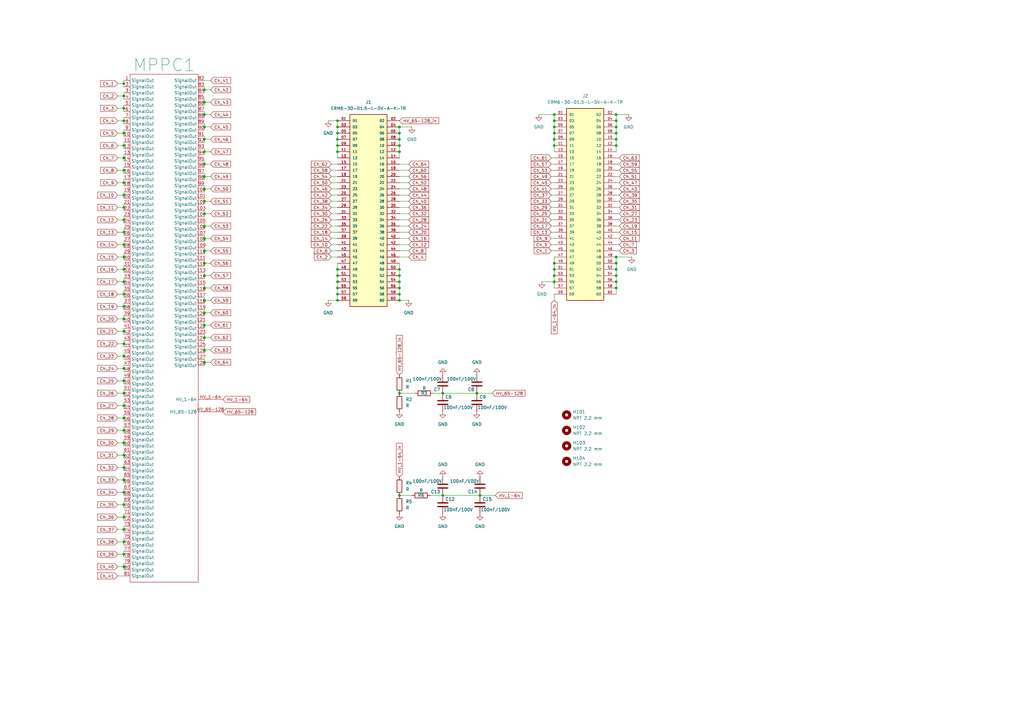
<source format=kicad_sch>
(kicad_sch (version 20250114) (generator "eeschema") (generator_version "9.0")
  (paper "A3")
  (junction (at 50.8 110.49))
  (junction (at 50.8 166.37))
  (junction (at 227.33 57.15))
  (junction (at 163.83 54.61))
  (junction (at 227.33 110.49))
  (junction (at 227.33 54.61))
  (junction (at 50.8 69.85))
  (junction (at 227.33 52.07))
  (junction (at 83.82 87.63))
  (junction (at 50.8 207.01))
  (junction (at 138.43 62.23))
  (junction (at 50.8 191.77))
  (junction (at 252.73 57.15))
  (junction (at 83.82 82.55))
  (junction (at 83.82 113.03))
  (junction (at 227.33 113.03))
  (junction (at 83.82 148.59))
  (junction (at 50.8 34.29))
  (junction (at 252.73 118.11))
  (junction (at 50.8 95.25))
  (junction (at 50.8 105.41))
  (junction (at 138.43 49.53))
  (junction (at 138.43 113.03))
  (junction (at 83.82 77.47))
  (junction (at 50.8 120.65))
  (junction (at 50.8 156.21))
  (junction (at 50.8 176.53))
  (junction (at 252.73 49.53))
  (junction (at 163.83 62.23))
  (junction (at 83.82 123.19))
  (junction (at 50.8 49.53))
  (junction (at 50.8 201.93))
  (junction (at 181.61 161.29))
  (junction (at 50.8 222.25))
  (junction (at 50.8 227.33))
  (junction (at 252.73 115.57))
  (junction (at 50.8 100.33))
  (junction (at 50.8 80.01))
  (junction (at 83.82 67.31))
  (junction (at 50.8 44.45))
  (junction (at 163.83 110.49))
  (junction (at 83.82 46.99))
  (junction (at 252.73 107.95))
  (junction (at 163.83 59.69))
  (junction (at 163.83 115.57))
  (junction (at 83.82 118.11))
  (junction (at 50.8 64.77))
  (junction (at 196.85 203.2))
  (junction (at 181.61 203.2))
  (junction (at 138.43 115.57))
  (junction (at 50.8 135.89))
  (junction (at 50.8 140.97))
  (junction (at 138.43 59.69))
  (junction (at 50.8 125.73))
  (junction (at 50.8 212.09))
  (junction (at 83.82 143.51))
  (junction (at 83.82 36.83))
  (junction (at 50.8 151.13))
  (junction (at 50.8 130.81))
  (junction (at 138.43 118.11))
  (junction (at 50.8 90.17))
  (junction (at 163.83 161.29))
  (junction (at 138.43 57.15))
  (junction (at 50.8 115.57))
  (junction (at 163.83 203.2))
  (junction (at 50.8 54.61))
  (junction (at 50.8 217.17))
  (junction (at 83.82 57.15))
  (junction (at 138.43 123.19))
  (junction (at 227.33 107.95))
  (junction (at 50.8 74.93))
  (junction (at 83.82 128.27))
  (junction (at 252.73 110.49))
  (junction (at 163.83 120.65))
  (junction (at 252.73 113.03))
  (junction (at 227.33 59.69))
  (junction (at 138.43 120.65))
  (junction (at 83.82 107.95))
  (junction (at 227.33 49.53))
  (junction (at 50.8 85.09))
  (junction (at 252.73 59.69))
  (junction (at 252.73 52.07))
  (junction (at 83.82 41.91))
  (junction (at 163.83 123.19))
  (junction (at 227.33 46.99))
  (junction (at 50.8 171.45))
  (junction (at 227.33 115.57))
  (junction (at 50.8 186.69))
  (junction (at 138.43 54.61))
  (junction (at 50.8 161.29))
  (junction (at 163.83 113.03))
  (junction (at 163.83 118.11))
  (junction (at 50.8 39.37))
  (junction (at 50.8 232.41))
  (junction (at 163.83 52.07))
  (junction (at 138.43 110.49))
  (junction (at 195.58 161.29))
  (junction (at 163.83 57.15))
  (junction (at 138.43 52.07))
  (junction (at 50.8 146.05))
  (junction (at 252.73 54.61))
  (junction (at 83.82 102.87))
  (junction (at 50.8 196.85))
  (junction (at 83.82 72.39))
  (junction (at 83.82 92.71))
  (junction (at 83.82 62.23))
  (junction (at 252.73 46.99))
  (junction (at 83.82 97.79))
  (junction (at 252.73 105.41))
  (junction (at 50.8 181.61))
  (junction (at 83.82 138.43))
  (junction (at 83.82 52.07))
  (junction (at 50.8 59.69))
  (junction (at 83.82 133.35))
  (wire (pts (xy 252.73 54.61) (xy 252.73 57.15)))
  (wire (pts (xy 48.26 140.97) (xy 50.8 140.97)))
  (wire (pts (xy 252.73 49.53) (xy 252.73 52.07)))
  (wire (pts (xy 83.82 96.52) (xy 83.82 97.79)))
  (wire (pts (xy 50.8 90.17) (xy 50.8 91.44)))
  (wire (pts (xy 48.26 90.17) (xy 50.8 90.17)))
  (wire (pts (xy 83.82 71.12) (xy 83.82 72.39)))
  (wire (pts (xy 135.89 102.87) (xy 138.43 102.87)))
  (wire (pts (xy 167.64 67.31) (xy 163.83 67.31)))
  (wire (pts (xy 167.64 85.09) (xy 163.83 85.09)))
  (wire (pts (xy 83.82 138.43) (xy 86.36 138.43)))
  (wire (pts (xy 48.26 196.85) (xy 50.8 196.85)))
  (wire (pts (xy 227.33 52.07) (xy 227.33 54.61)))
  (wire (pts (xy 83.82 52.07) (xy 83.82 53.34)))
  (wire (pts (xy 167.64 100.33) (xy 163.83 100.33)))
  (wire (pts (xy 220.98 46.99) (xy 227.33 46.99)))
  (wire (pts (xy 48.26 115.57) (xy 50.8 115.57)))
  (wire (pts (xy 50.8 100.33) (xy 50.8 101.6)))
  (wire (pts (xy 50.8 78.74) (xy 50.8 80.01)))
  (wire (pts (xy 167.64 77.47) (xy 163.83 77.47)))
  (wire (pts (xy 167.64 90.17) (xy 163.83 90.17)))
  (wire (pts (xy 50.8 48.26) (xy 50.8 49.53)))
  (wire (pts (xy 50.8 64.77) (xy 50.8 66.04)))
  (wire (pts (xy 226.06 77.47) (xy 227.33 77.47)))
  (wire (pts (xy 48.26 161.29) (xy 50.8 161.29)))
  (wire (pts (xy 50.8 85.09) (xy 50.8 86.36)))
  (wire (pts (xy 167.64 69.85) (xy 163.83 69.85)))
  (wire (pts (xy 135.89 72.39) (xy 138.43 72.39)))
  (wire (pts (xy 163.83 57.15) (xy 163.83 59.69)))
  (wire (pts (xy 83.82 87.63) (xy 83.82 88.9)))
  (wire (pts (xy 48.26 176.53) (xy 50.8 176.53)))
  (wire (pts (xy 50.8 140.97) (xy 50.8 142.24)))
  (wire (pts (xy 50.8 154.94) (xy 50.8 156.21)))
  (wire (pts (xy 138.43 49.53) (xy 138.43 52.07)))
  (wire (pts (xy 181.61 203.2) (xy 196.85 203.2)))
  (wire (pts (xy 83.82 143.51) (xy 86.36 143.51)))
  (wire (pts (xy 167.64 87.63) (xy 163.83 87.63)))
  (wire (pts (xy 48.26 64.77) (xy 50.8 64.77)))
  (wire (pts (xy 83.82 132.08) (xy 83.82 133.35)))
  (wire (pts (xy 83.82 45.72) (xy 83.82 46.99)))
  (wire (pts (xy 252.73 59.69) (xy 252.73 62.23)))
  (wire (pts (xy 48.26 125.73) (xy 50.8 125.73)))
  (wire (pts (xy 50.8 151.13) (xy 50.8 152.4)))
  (wire (pts (xy 50.8 119.38) (xy 50.8 120.65)))
  (wire (pts (xy 48.26 74.93) (xy 50.8 74.93)))
  (wire (pts (xy 226.06 87.63) (xy 227.33 87.63)))
  (wire (pts (xy 226.06 80.01) (xy 227.33 80.01)))
  (wire (pts (xy 50.8 44.45) (xy 50.8 45.72)))
  (wire (pts (xy 48.26 110.49) (xy 50.8 110.49)))
  (wire (pts (xy 135.89 85.09) (xy 138.43 85.09)))
  (wire (pts (xy 50.8 196.85) (xy 50.8 198.12)))
  (wire (pts (xy 83.82 123.19) (xy 83.82 124.46)))
  (wire (pts (xy 252.73 46.99) (xy 252.73 49.53)))
  (wire (pts (xy 163.83 59.69) (xy 163.83 62.23)))
  (wire (pts (xy 135.89 97.79) (xy 138.43 97.79)))
  (wire (pts (xy 138.43 118.11) (xy 138.43 120.65)))
  (wire (pts (xy 83.82 81.28) (xy 83.82 82.55)))
  (wire (pts (xy 50.8 200.66) (xy 50.8 201.93)))
  (wire (pts (xy 83.82 137.16) (xy 83.82 138.43)))
  (wire (pts (xy 48.26 151.13) (xy 50.8 151.13)))
  (wire (pts (xy 138.43 120.65) (xy 138.43 123.19)))
  (wire (pts (xy 83.82 62.23) (xy 83.82 63.5)))
  (wire (pts (xy 50.8 171.45) (xy 50.8 172.72)))
  (wire (pts (xy 226.06 67.31) (xy 227.33 67.31)))
  (wire (pts (xy 50.8 59.69) (xy 50.8 60.96)))
  (wire (pts (xy 50.8 149.86) (xy 50.8 151.13)))
  (wire (pts (xy 83.82 77.47) (xy 83.82 78.74)))
  (wire (pts (xy 226.06 69.85) (xy 227.33 69.85)))
  (wire (pts (xy 83.82 55.88) (xy 83.82 57.15)))
  (wire (pts (xy 252.73 87.63) (xy 254 87.63)))
  (wire (pts (xy 83.82 35.56) (xy 83.82 36.83)))
  (wire (pts (xy 48.26 34.29) (xy 50.8 34.29)))
  (wire (pts (xy 167.64 80.01) (xy 163.83 80.01)))
  (wire (pts (xy 227.33 105.41) (xy 227.33 107.95)))
  (wire (pts (xy 163.83 203.2) (xy 168.91 203.2)))
  (wire (pts (xy 48.26 44.45) (xy 50.8 44.45)))
  (wire (pts (xy 48.26 95.25) (xy 50.8 95.25)))
  (wire (pts (xy 50.8 207.01) (xy 50.8 208.28)))
  (wire (pts (xy 50.8 195.58) (xy 50.8 196.85)))
  (wire (pts (xy 48.26 227.33) (xy 50.8 227.33)))
  (wire (pts (xy 50.8 220.98) (xy 50.8 222.25)))
  (wire (pts (xy 48.26 181.61) (xy 50.8 181.61)))
  (wire (pts (xy 50.8 176.53) (xy 50.8 177.8)))
  (wire (pts (xy 83.82 46.99) (xy 86.36 46.99)))
  (wire (pts (xy 48.26 201.93) (xy 50.8 201.93)))
  (wire (pts (xy 50.8 170.18) (xy 50.8 171.45)))
  (wire (pts (xy 195.58 161.29) (xy 201.93 161.29)))
  (wire (pts (xy 83.82 92.71) (xy 86.36 92.71)))
  (wire (pts (xy 83.82 67.31) (xy 83.82 68.58)))
  (wire (pts (xy 83.82 123.19) (xy 86.36 123.19)))
  (wire (pts (xy 83.82 87.63) (xy 86.36 87.63)))
  (wire (pts (xy 50.8 99.06) (xy 50.8 100.33)))
  (wire (pts (xy 163.83 118.11) (xy 163.83 120.65)))
  (wire (pts (xy 83.82 116.84) (xy 83.82 118.11)))
  (wire (pts (xy 181.61 161.29) (xy 195.58 161.29)))
  (wire (pts (xy 83.82 113.03) (xy 83.82 114.3)))
  (wire (pts (xy 50.8 226.06) (xy 50.8 227.33)))
  (wire (pts (xy 134.62 123.19) (xy 138.43 123.19)))
  (wire (pts (xy 50.8 222.25) (xy 50.8 223.52)))
  (wire (pts (xy 167.64 72.39) (xy 163.83 72.39)))
  (wire (pts (xy 50.8 212.09) (xy 50.8 213.36)))
  (wire (pts (xy 48.26 130.81) (xy 50.8 130.81)))
  (wire (pts (xy 48.26 236.22) (xy 50.8 236.22)))
  (wire (pts (xy 135.89 74.93) (xy 138.43 74.93)))
  (wire (pts (xy 226.06 102.87) (xy 227.33 102.87)))
  (wire (pts (xy 138.43 110.49) (xy 138.43 113.03)))
  (wire (pts (xy 50.8 34.29) (xy 50.8 35.56)))
  (wire (pts (xy 227.33 107.95) (xy 227.33 110.49)))
  (wire (pts (xy 167.64 95.25) (xy 163.83 95.25)))
  (wire (pts (xy 83.82 62.23) (xy 86.36 62.23)))
  (wire (pts (xy 138.43 62.23) (xy 138.43 64.77)))
  (wire (pts (xy 252.73 82.55) (xy 254 82.55)))
  (wire (pts (xy 48.26 186.69) (xy 50.8 186.69)))
  (wire (pts (xy 50.8 134.62) (xy 50.8 135.89)))
  (wire (pts (xy 48.26 100.33) (xy 50.8 100.33)))
  (wire (pts (xy 227.33 46.99) (xy 227.33 49.53)))
  (wire (pts (xy 83.82 142.24) (xy 83.82 143.51)))
  (wire (pts (xy 48.26 85.09) (xy 50.8 85.09)))
  (wire (pts (xy 227.33 113.03) (xy 227.33 115.57)))
  (wire (pts (xy 163.83 62.23) (xy 163.83 64.77)))
  (wire (pts (xy 83.82 118.11) (xy 83.82 119.38)))
  (wire (pts (xy 135.89 87.63) (xy 138.43 87.63)))
  (wire (pts (xy 50.8 68.58) (xy 50.8 69.85)))
  (wire (pts (xy 138.43 59.69) (xy 138.43 62.23)))
  (wire (pts (xy 50.8 175.26) (xy 50.8 176.53)))
  (wire (pts (xy 83.82 72.39) (xy 83.82 73.66)))
  (wire (pts (xy 48.26 191.77) (xy 50.8 191.77)))
  (wire (pts (xy 48.26 207.01) (xy 50.8 207.01)))
  (wire (pts (xy 83.82 101.6) (xy 83.82 102.87)))
  (wire (pts (xy 50.8 181.61) (xy 50.8 182.88)))
  (wire (pts (xy 50.8 115.57) (xy 50.8 116.84)))
  (wire (pts (xy 163.83 107.95) (xy 163.83 110.49)))
  (wire (pts (xy 50.8 88.9) (xy 50.8 90.17)))
  (wire (pts (xy 83.82 52.07) (xy 86.36 52.07)))
  (wire (pts (xy 252.73 113.03) (xy 252.73 115.57)))
  (wire (pts (xy 50.8 180.34) (xy 50.8 181.61)))
  (wire (pts (xy 163.83 52.07) (xy 163.83 54.61)))
  (wire (pts (xy 50.8 74.93) (xy 50.8 76.2)))
  (wire (pts (xy 252.73 74.93) (xy 254 74.93)))
  (wire (pts (xy 50.8 156.21) (xy 50.8 157.48)))
  (wire (pts (xy 163.83 161.29) (xy 170.18 161.29)))
  (wire (pts (xy 50.8 185.42) (xy 50.8 186.69)))
  (wire (pts (xy 50.8 124.46) (xy 50.8 125.73)))
  (wire (pts (xy 83.82 106.68) (xy 83.82 107.95)))
  (wire (pts (xy 83.82 82.55) (xy 83.82 83.82)))
  (wire (pts (xy 252.73 72.39) (xy 254 72.39)))
  (wire (pts (xy 83.82 50.8) (xy 83.82 52.07)))
  (wire (pts (xy 50.8 114.3) (xy 50.8 115.57)))
  (wire (pts (xy 83.82 102.87) (xy 83.82 104.14)))
  (wire (pts (xy 163.83 113.03) (xy 163.83 115.57)))
  (wire (pts (xy 83.82 133.35) (xy 83.82 134.62)))
  (wire (pts (xy 50.8 38.1) (xy 50.8 39.37)))
  (wire (pts (xy 50.8 39.37) (xy 50.8 40.64)))
  (wire (pts (xy 83.82 143.51) (xy 83.82 144.78)))
  (wire (pts (xy 50.8 110.49) (xy 50.8 111.76)))
  (wire (pts (xy 227.33 49.53) (xy 227.33 52.07)))
  (wire (pts (xy 163.83 123.19) (xy 167.64 123.19)))
  (wire (pts (xy 176.53 203.2) (xy 181.61 203.2)))
  (wire (pts (xy 83.82 76.2) (xy 83.82 77.47)))
  (wire (pts (xy 50.8 58.42) (xy 50.8 59.69)))
  (wire (pts (xy 48.26 120.65) (xy 50.8 120.65)))
  (wire (pts (xy 50.8 54.61) (xy 50.8 55.88)))
  (wire (pts (xy 138.43 115.57) (xy 138.43 118.11)))
  (wire (pts (xy 48.26 69.85) (xy 50.8 69.85)))
  (wire (pts (xy 50.8 144.78) (xy 50.8 146.05)))
  (wire (pts (xy 138.43 54.61) (xy 138.43 57.15)))
  (wire (pts (xy 83.82 36.83) (xy 86.36 36.83)))
  (wire (pts (xy 252.73 77.47) (xy 254 77.47)))
  (wire (pts (xy 50.8 95.25) (xy 50.8 96.52)))
  (wire (pts (xy 227.33 115.57) (xy 227.33 118.11)))
  (wire (pts (xy 50.8 232.41) (xy 50.8 233.68)))
  (wire (pts (xy 83.82 40.64) (xy 83.82 41.91)))
  (wire (pts (xy 83.82 86.36) (xy 83.82 87.63)))
  (wire (pts (xy 167.64 105.41) (xy 163.83 105.41)))
  (wire (pts (xy 167.64 82.55) (xy 163.83 82.55)))
  (wire (pts (xy 50.8 105.41) (xy 50.8 106.68)))
  (wire (pts (xy 83.82 41.91) (xy 83.82 43.18)))
  (wire (pts (xy 252.73 46.99) (xy 257.81 46.99)))
  (wire (pts (xy 48.26 39.37) (xy 50.8 39.37)))
  (wire (pts (xy 138.43 52.07) (xy 138.43 54.61)))
  (wire (pts (xy 134.62 49.53) (xy 138.43 49.53)))
  (wire (pts (xy 50.8 166.37) (xy 50.8 167.64)))
  (wire (pts (xy 50.8 130.81) (xy 50.8 132.08)))
  (wire (pts (xy 86.36 33.02) (xy 83.82 33.02)))
  (wire (pts (xy 83.82 41.91) (xy 86.36 41.91)))
  (wire (pts (xy 252.73 105.41) (xy 259.08 105.41)))
  (wire (pts (xy 50.8 93.98) (xy 50.8 95.25)))
  (wire (pts (xy 252.73 100.33) (xy 254 100.33)))
  (wire (pts (xy 50.8 83.82) (xy 50.8 85.09)))
  (wire (pts (xy 83.82 127) (xy 83.82 128.27)))
  (wire (pts (xy 83.82 77.47) (xy 86.36 77.47)))
  (wire (pts (xy 83.82 107.95) (xy 86.36 107.95)))
  (wire (pts (xy 48.26 105.41) (xy 50.8 105.41)))
  (wire (pts (xy 252.73 105.41) (xy 252.73 107.95)))
  (wire (pts (xy 252.73 57.15) (xy 252.73 59.69)))
  (wire (pts (xy 226.06 90.17) (xy 227.33 90.17)))
  (wire (pts (xy 167.64 74.93) (xy 163.83 74.93)))
  (wire (pts (xy 50.8 215.9) (xy 50.8 217.17)))
  (wire (pts (xy 252.73 67.31) (xy 254 67.31)))
  (wire (pts (xy 135.89 90.17) (xy 138.43 90.17)))
  (wire (pts (xy 226.06 82.55) (xy 227.33 82.55)))
  (wire (pts (xy 135.89 69.85) (xy 138.43 69.85)))
  (wire (pts (xy 83.82 107.95) (xy 83.82 109.22)))
  (wire (pts (xy 83.82 128.27) (xy 83.82 129.54)))
  (wire (pts (xy 163.83 52.07) (xy 168.91 52.07)))
  (wire (pts (xy 252.73 90.17) (xy 254 90.17)))
  (wire (pts (xy 167.64 92.71) (xy 163.83 92.71)))
  (wire (pts (xy 83.82 57.15) (xy 86.36 57.15)))
  (wire (pts (xy 50.8 129.54) (xy 50.8 130.81)))
  (wire (pts (xy 252.73 102.87) (xy 254 102.87)))
  (wire (pts (xy 135.89 105.41) (xy 138.43 105.41)))
  (wire (pts (xy 167.64 102.87) (xy 163.83 102.87)))
  (wire (pts (xy 83.82 138.43) (xy 83.82 139.7)))
  (wire (pts (xy 138.43 57.15) (xy 138.43 59.69)))
  (wire (pts (xy 48.26 222.25) (xy 50.8 222.25)))
  (wire (pts (xy 48.26 146.05) (xy 50.8 146.05)))
  (wire (pts (xy 50.8 139.7) (xy 50.8 140.97)))
  (wire (pts (xy 163.83 120.65) (xy 163.83 123.19)))
  (wire (pts (xy 50.8 135.89) (xy 50.8 137.16)))
  (wire (pts (xy 226.06 97.79) (xy 227.33 97.79)))
  (wire (pts (xy 135.89 95.25) (xy 138.43 95.25)))
  (wire (pts (xy 167.64 97.79) (xy 163.83 97.79)))
  (wire (pts (xy 226.06 85.09) (xy 227.33 85.09)))
  (wire (pts (xy 226.06 72.39) (xy 227.33 72.39)))
  (wire (pts (xy 135.89 67.31) (xy 138.43 67.31)))
  (wire (pts (xy 83.82 118.11) (xy 86.36 118.11)))
  (wire (pts (xy 50.8 49.53) (xy 50.8 50.8)))
  (wire (pts (xy 177.8 161.29) (xy 181.61 161.29)))
  (wire (pts (xy 50.8 191.77) (xy 50.8 193.04)))
  (wire (pts (xy 252.73 115.57) (xy 252.73 118.11)))
  (wire (pts (xy 222.25 115.57) (xy 227.33 115.57)))
  (wire (pts (xy 227.33 54.61) (xy 227.33 57.15)))
  (wire (pts (xy 50.8 186.69) (xy 50.8 187.96)))
  (wire (pts (xy 83.82 128.27) (xy 86.36 128.27)))
  (wire (pts (xy 135.89 82.55) (xy 138.43 82.55)))
  (wire (pts (xy 135.89 100.33) (xy 138.43 100.33)))
  (wire (pts (xy 227.33 123.19) (xy 227.33 120.65)))
  (wire (pts (xy 50.8 125.73) (xy 50.8 127)))
  (wire (pts (xy 163.83 115.57) (xy 163.83 118.11)))
  (wire (pts (xy 252.73 92.71) (xy 254 92.71)))
  (wire (pts (xy 50.8 104.14) (xy 50.8 105.41)))
  (wire (pts (xy 50.8 53.34) (xy 50.8 54.61)))
  (wire (pts (xy 50.8 231.14) (xy 50.8 232.41)))
  (wire (pts (xy 50.8 205.74) (xy 50.8 207.01)))
  (wire (pts (xy 252.73 110.49) (xy 252.73 113.03)))
  (wire (pts (xy 83.82 121.92) (xy 83.82 123.19)))
  (wire (pts (xy 83.82 133.35) (xy 86.36 133.35)))
  (wire (pts (xy 83.82 60.96) (xy 83.82 62.23)))
  (wire (pts (xy 83.82 111.76) (xy 83.82 113.03)))
  (wire (pts (xy 83.82 92.71) (xy 83.82 93.98)))
  (wire (pts (xy 227.33 59.69) (xy 227.33 62.23)))
  (wire (pts (xy 252.73 64.77) (xy 254 64.77)))
  (wire (pts (xy 135.89 92.71) (xy 138.43 92.71)))
  (wire (pts (xy 50.8 33.02) (xy 50.8 34.29)))
  (wire (pts (xy 252.73 95.25) (xy 254 95.25)))
  (wire (pts (xy 48.26 156.21) (xy 50.8 156.21)))
  (wire (pts (xy 83.82 148.59) (xy 83.82 149.86)))
  (wire (pts (xy 83.82 66.04) (xy 83.82 67.31)))
  (wire (pts (xy 50.8 190.5) (xy 50.8 191.77)))
  (wire (pts (xy 50.8 201.93) (xy 50.8 203.2)))
  (wire (pts (xy 83.82 57.15) (xy 83.82 58.42)))
  (wire (pts (xy 226.06 92.71) (xy 227.33 92.71)))
  (wire (pts (xy 50.8 80.01) (xy 50.8 81.28)))
  (wire (pts (xy 83.82 113.03) (xy 86.36 113.03)))
  (wire (pts (xy 83.82 72.39) (xy 86.36 72.39)))
  (wire (pts (xy 252.73 107.95) (xy 252.73 110.49)))
  (wire (pts (xy 83.82 102.87) (xy 86.36 102.87)))
  (wire (pts (xy 48.26 232.41) (xy 50.8 232.41)))
  (wire (pts (xy 252.73 69.85) (xy 254 69.85)))
  (wire (pts (xy 252.73 52.07) (xy 252.73 54.61)))
  (wire (pts (xy 48.26 59.69) (xy 50.8 59.69)))
  (wire (pts (xy 138.43 113.03) (xy 138.43 115.57)))
  (wire (pts (xy 196.85 203.2) (xy 203.2 203.2)))
  (wire (pts (xy 50.8 120.65) (xy 50.8 121.92)))
  (wire (pts (xy 50.8 146.05) (xy 50.8 147.32)))
  (wire (pts (xy 83.82 36.83) (xy 83.82 38.1)))
  (wire (pts (xy 135.89 77.47) (xy 138.43 77.47)))
  (wire (pts (xy 83.82 82.55) (xy 86.36 82.55)))
  (wire (pts (xy 50.8 227.33) (xy 50.8 228.6)))
  (wire (pts (xy 227.33 57.15) (xy 227.33 59.69)))
  (wire (pts (xy 48.26 80.01) (xy 50.8 80.01)))
  (wire (pts (xy 48.26 135.89) (xy 50.8 135.89)))
  (wire (pts (xy 83.82 97.79) (xy 86.36 97.79)))
  (wire (pts (xy 50.8 210.82) (xy 50.8 212.09)))
  (wire (pts (xy 50.8 63.5) (xy 50.8 64.77)))
  (wire (pts (xy 83.82 148.59) (xy 86.36 148.59)))
  (wire (pts (xy 83.82 147.32) (xy 83.82 148.59)))
  (wire (pts (xy 227.33 110.49) (xy 227.33 113.03)))
  (wire (pts (xy 50.8 73.66) (xy 50.8 74.93)))
  (wire (pts (xy 83.82 91.44) (xy 83.82 92.71)))
  (wire (pts (xy 50.8 160.02) (xy 50.8 161.29)))
  (wire (pts (xy 50.8 165.1) (xy 50.8 166.37)))
  (wire (pts (xy 226.06 95.25) (xy 227.33 95.25)))
  (wire (pts (xy 226.06 64.77) (xy 227.33 64.77)))
  (wire (pts (xy 163.83 54.61) (xy 163.83 57.15)))
  (wire (pts (xy 252.73 85.09) (xy 254 85.09)))
  (wire (pts (xy 48.26 54.61) (xy 50.8 54.61)))
  (wire (pts (xy 48.26 171.45) (xy 50.8 171.45)))
  (wire (pts (xy 252.73 80.01) (xy 254 80.01)))
  (wire (pts (xy 83.82 46.99) (xy 83.82 48.26)))
  (wire (pts (xy 226.06 74.93) (xy 227.33 74.93)))
  (wire (pts (xy 50.8 109.22) (xy 50.8 110.49)))
  (wire (pts (xy 138.43 107.95) (xy 138.43 110.49)))
  (wire (pts (xy 83.82 97.79) (xy 83.82 99.06)))
  (wire (pts (xy 50.8 217.17) (xy 50.8 218.44)))
  (wire (pts (xy 83.82 67.31) (xy 86.36 67.31)))
  (wire (pts (xy 48.26 217.17) (xy 50.8 217.17)))
  (wire (pts (xy 50.8 161.29) (xy 50.8 162.56)))
  (wire (pts (xy 48.26 49.53) (xy 50.8 49.53)))
  (wire (pts (xy 252.73 97.79) (xy 254 97.79)))
  (wire (pts (xy 135.89 80.01) (xy 138.43 80.01)))
  (wire (pts (xy 163.83 110.49) (xy 163.83 113.03)))
  (wire (pts (xy 48.26 166.37) (xy 50.8 166.37)))
  (wire (pts (xy 50.8 43.18) (xy 50.8 44.45)))
  (wire (pts (xy 50.8 69.85) (xy 50.8 71.12)))
  (wire (pts (xy 226.06 100.33) (xy 227.33 100.33)))
  (wire (pts (xy 48.26 212.09) (xy 50.8 212.09)))
  (wire (pts (xy 252.73 120.65) (xy 252.73 118.11)))
  (global_label "Ch_57" (shape input) (at 226.06 67.31 180) (property "Intersheetrefs" "${INTERSHEET_REFS}" (effects (hide yes))))
  (global_label "Ch_47" (shape input) (at 254 74.93 0) (property "Intersheetrefs" "${INTERSHEET_REFS}" (effects (hide yes))))
  (global_label "Ch_13" (shape input) (at 48.26 95.25 180) (property "Intersheetrefs" "${INTERSHEET_REFS}" (effects (hide yes))))
  (global_label "Ch_22" (shape input) (at 135.89 92.71 180) (property "Intersheetrefs" "${INTERSHEET_REFS}" (effects (hide yes))))
  (global_label "Ch_3" (shape input) (at 254 102.87 0) (property "Intersheetrefs" "${INTERSHEET_REFS}" (effects (hide yes))))
  (global_label "Ch_45" (shape input) (at 226.06 74.93 180) (property "Intersheetrefs" "${INTERSHEET_REFS}" (effects (hide yes))))
  (global_label "Ch_56" (shape input) (at 167.64 72.39 0) (property "Intersheetrefs" "${INTERSHEET_REFS}" (effects (hide yes))))
  (global_label "Ch_62" (shape input) (at 86.36 138.43 0) (property "Intersheetrefs" "${INTERSHEET_REFS}" (effects (hide yes))))
  (global_label "Ch_38" (shape input) (at 48.26 222.25 180) (property "Intersheetrefs" "${INTERSHEET_REFS}" (effects (hide yes))))
  (global_label "Ch_34" (shape input) (at 135.89 85.09 180) (property "Intersheetrefs" "${INTERSHEET_REFS}" (effects (hide yes))))
  (global_label "Ch_34" (shape input) (at 48.26 201.93 180) (property "Intersheetrefs" "${INTERSHEET_REFS}" (effects (hide yes))))
  (global_label "Ch_48" (shape input) (at 86.36 67.31 0) (property "Intersheetrefs" "${INTERSHEET_REFS}" (effects (hide yes))))
  (global_label "Ch_26" (shape input) (at 135.89 90.17 180) (property "Intersheetrefs" "${INTERSHEET_REFS}" (effects (hide yes))))
  (global_label "Ch_30" (shape input) (at 135.89 87.63 180) (property "Intersheetrefs" "${INTERSHEET_REFS}" (effects (hide yes))))
  (global_label "Ch_35" (shape input) (at 48.26 207.01 180) (property "Intersheetrefs" "${INTERSHEET_REFS}" (effects (hide yes))))
  (global_label "Ch_9" (shape input) (at 48.26 74.93 180) (property "Intersheetrefs" "${INTERSHEET_REFS}" (effects (hide yes))))
  (global_label "Ch_33" (shape input) (at 226.06 82.55 180) (property "Intersheetrefs" "${INTERSHEET_REFS}" (effects (hide yes))))
  (global_label "HV_1-64" (shape input) (at 203.2 203.2 0) (property "Intersheetrefs" "${INTERSHEET_REFS}" (effects (hide yes))))
  (global_label "Ch_14" (shape input) (at 48.26 100.33 180) (property "Intersheetrefs" "${INTERSHEET_REFS}" (effects (hide yes))))
  (global_label "Ch_31" (shape input) (at 48.26 186.69 180) (property "Intersheetrefs" "${INTERSHEET_REFS}" (effects (hide yes))))
  (global_label "Ch_46" (shape input) (at 135.89 77.47 180) (property "Intersheetrefs" "${INTERSHEET_REFS}" (effects (hide yes))))
  (global_label "Ch_15" (shape input) (at 48.26 105.41 180) (property "Intersheetrefs" "${INTERSHEET_REFS}" (effects (hide yes))))
  (global_label "Ch_63" (shape input) (at 86.36 143.51 0) (property "Intersheetrefs" "${INTERSHEET_REFS}" (effects (hide yes))))
  (global_label "Ch_2" (shape input) (at 48.26 39.37 180) (property "Intersheetrefs" "${INTERSHEET_REFS}" (effects (hide yes))))
  (global_label "Ch_48" (shape input) (at 167.64 77.47 0) (property "Intersheetrefs" "${INTERSHEET_REFS}" (effects (hide yes))))
  (global_label "Ch_7" (shape input) (at 48.26 64.77 180) (property "Intersheetrefs" "${INTERSHEET_REFS}" (effects (hide yes))))
  (global_label "Ch_27" (shape input) (at 48.26 166.37 180) (property "Intersheetrefs" "${INTERSHEET_REFS}" (effects (hide yes))))
  (global_label "Ch_37" (shape input) (at 226.06 80.01 180) (property "Intersheetrefs" "${INTERSHEET_REFS}" (effects (hide yes))))
  (global_label "Ch_61" (shape input) (at 86.36 133.35 0) (property "Intersheetrefs" "${INTERSHEET_REFS}" (effects (hide yes))))
  (global_label "Ch_49" (shape input) (at 226.06 72.39 180) (property "Intersheetrefs" "${INTERSHEET_REFS}" (effects (hide yes))))
  (global_label "Ch_46" (shape input) (at 86.36 57.15 0) (property "Intersheetrefs" "${INTERSHEET_REFS}" (effects (hide yes))))
  (global_label "Ch_32" (shape input) (at 48.26 191.77 180) (property "Intersheetrefs" "${INTERSHEET_REFS}" (effects (hide yes))))
  (global_label "Ch_30" (shape input) (at 48.26 181.61 180) (property "Intersheetrefs" "${INTERSHEET_REFS}" (effects (hide yes))))
  (global_label "Ch_49" (shape input) (at 86.36 72.39 0) (property "Intersheetrefs" "${INTERSHEET_REFS}" (effects (hide yes))))
  (global_label "Ch_64" (shape input) (at 167.64 67.31 0) (property "Intersheetrefs" "${INTERSHEET_REFS}" (effects (hide yes))))
  (global_label "Ch_23" (shape input) (at 48.26 146.05 180) (property "Intersheetrefs" "${INTERSHEET_REFS}" (effects (hide yes))))
  (global_label "Ch_39" (shape input) (at 254 80.01 0) (property "Intersheetrefs" "${INTERSHEET_REFS}" (effects (hide yes))))
  (global_label "Ch_4" (shape input) (at 48.26 49.53 180) (property "Intersheetrefs" "${INTERSHEET_REFS}" (effects (hide yes))))
  (global_label "Ch_26" (shape input) (at 48.26 161.29 180) (property "Intersheetrefs" "${INTERSHEET_REFS}" (effects (hide yes))))
  (global_label "Ch_29" (shape input) (at 226.06 85.09 180) (property "Intersheetrefs" "${INTERSHEET_REFS}" (effects (hide yes))))
  (global_label "Ch_54" (shape input) (at 86.36 97.79 0) (property "Intersheetrefs" "${INTERSHEET_REFS}" (effects (hide yes))))
  (global_label "Ch_37" (shape input) (at 48.26 217.17 180) (property "Intersheetrefs" "${INTERSHEET_REFS}" (effects (hide yes))))
  (global_label "Ch_59" (shape input) (at 254 67.31 0) (property "Intersheetrefs" "${INTERSHEET_REFS}" (effects (hide yes))))
  (global_label "Ch_5" (shape input) (at 48.26 54.61 180) (property "Intersheetrefs" "${INTERSHEET_REFS}" (effects (hide yes))))
  (global_label "Ch_52" (shape input) (at 86.36 87.63 0) (property "Intersheetrefs" "${INTERSHEET_REFS}" (effects (hide yes))))
  (global_label "Ch_20" (shape input) (at 167.64 95.25 0) (property "Intersheetrefs" "${INTERSHEET_REFS}" (effects (hide yes))))
  (global_label "Ch_19" (shape input) (at 48.26 125.73 180) (property "Intersheetrefs" "${INTERSHEET_REFS}" (effects (hide yes))))
  (global_label "Ch_17" (shape input) (at 226.06 92.71 180) (property "Intersheetrefs" "${INTERSHEET_REFS}" (effects (hide yes))))
  (global_label "Ch_42" (shape input) (at 135.89 80.01 180) (property "Intersheetrefs" "${INTERSHEET_REFS}" (effects (hide yes))))
  (global_label "Ch_11" (shape input) (at 254 97.79 0) (property "Intersheetrefs" "${INTERSHEET_REFS}" (effects (hide yes))))
  (global_label "Ch_8" (shape input) (at 167.64 102.87 0) (property "Intersheetrefs" "${INTERSHEET_REFS}" (effects (hide yes))))
  (global_label "Ch_55" (shape input) (at 86.36 102.87 0) (property "Intersheetrefs" "${INTERSHEET_REFS}" (effects (hide yes))))
  (global_label "Ch_41" (shape input) (at 48.26 236.22 180) (property "Intersheetrefs" "${INTERSHEET_REFS}" (effects (hide yes))))
  (global_label "Ch_40" (shape input) (at 167.64 82.55 0) (property "Intersheetrefs" "${INTERSHEET_REFS}" (effects (hide yes))))
  (global_label "Ch_60" (shape input) (at 167.64 69.85 0) (property "Intersheetrefs" "${INTERSHEET_REFS}" (effects (hide yes))))
  (global_label "HV_1-64_in" (shape input) (at 163.83 195.58 90) (property "Intersheetrefs" "${INTERSHEET_REFS}" (effects (hide yes))))
  (global_label "Ch_29" (shape input) (at 48.26 176.53 180) (property "Intersheetrefs" "${INTERSHEET_REFS}" (effects (hide yes))))
  (global_label "Ch_10" (shape input) (at 135.89 100.33 180) (property "Intersheetrefs" "${INTERSHEET_REFS}" (effects (hide yes))))
  (global_label "Ch_21" (shape input) (at 48.26 135.89 180) (property "Intersheetrefs" "${INTERSHEET_REFS}" (effects (hide yes))))
  (global_label "Ch_43" (shape input) (at 86.36 41.91 0) (property "Intersheetrefs" "${INTERSHEET_REFS}" (effects (hide yes))))
  (global_label "Ch_54" (shape input) (at 135.89 72.39 180) (property "Intersheetrefs" "${INTERSHEET_REFS}" (effects (hide yes))))
  (global_label "Ch_27" (shape input) (at 254 87.63 0) (property "Intersheetrefs" "${INTERSHEET_REFS}" (effects (hide yes))))
  (global_label "Ch_4" (shape input) (at 167.64 105.41 0) (property "Intersheetrefs" "${INTERSHEET_REFS}" (effects (hide yes))))
  (global_label "Ch_61" (shape input) (at 226.06 64.77 180) (property "Intersheetrefs" "${INTERSHEET_REFS}" (effects (hide yes))))
  (global_label "Ch_6" (shape input) (at 135.89 102.87 180) (property "Intersheetrefs" "${INTERSHEET_REFS}" (effects (hide yes))))
  (global_label "Ch_7" (shape input) (at 254 100.33 0) (property "Intersheetrefs" "${INTERSHEET_REFS}" (effects (hide yes))))
  (global_label "Ch_62" (shape input) (at 135.89 67.31 180) (property "Intersheetrefs" "${INTERSHEET_REFS}" (effects (hide yes))))
  (global_label "Ch_31" (shape input) (at 254 85.09 0) (property "Intersheetrefs" "${INTERSHEET_REFS}" (effects (hide yes))))
  (global_label "Ch_25" (shape input) (at 226.06 87.63 180) (property "Intersheetrefs" "${INTERSHEET_REFS}" (effects (hide yes))))
  (global_label "Ch_58" (shape input) (at 86.36 118.11 0) (property "Intersheetrefs" "${INTERSHEET_REFS}" (effects (hide yes))))
  (global_label "Ch_12" (shape input) (at 167.64 100.33 0) (property "Intersheetrefs" "${INTERSHEET_REFS}" (effects (hide yes))))
  (global_label "Ch_51" (shape input) (at 254 72.39 0) (property "Intersheetrefs" "${INTERSHEET_REFS}" (effects (hide yes))))
  (global_label "Ch_41" (shape input) (at 226.06 77.47 180) (property "Intersheetrefs" "${INTERSHEET_REFS}" (effects (hide yes))))
  (global_label "Ch_9" (shape input) (at 226.06 97.79 180) (property "Intersheetrefs" "${INTERSHEET_REFS}" (effects (hide yes))))
  (global_label "Ch_53" (shape input) (at 226.06 69.85 180) (property "Intersheetrefs" "${INTERSHEET_REFS}" (effects (hide yes))))
  (global_label "Ch_44" (shape input) (at 86.36 46.99 0) (property "Intersheetrefs" "${INTERSHEET_REFS}" (effects (hide yes))))
  (global_label "Ch_8" (shape input) (at 48.26 69.85 180) (property "Intersheetrefs" "${INTERSHEET_REFS}" (effects (hide yes))))
  (global_label "Ch_28" (shape input) (at 167.64 90.17 0) (property "Intersheetrefs" "${INTERSHEET_REFS}" (effects (hide yes))))
  (global_label "Ch_52" (shape input) (at 167.64 74.93 0) (property "Intersheetrefs" "${INTERSHEET_REFS}" (effects (hide yes))))
  (global_label "Ch_25" (shape input) (at 48.26 156.21 180) (property "Intersheetrefs" "${INTERSHEET_REFS}" (effects (hide yes))))
  (global_label "Ch_23" (shape input) (at 254 90.17 0) (property "Intersheetrefs" "${INTERSHEET_REFS}" (effects (hide yes))))
  (global_label "Ch_56" (shape input) (at 86.36 107.95 0) (property "Intersheetrefs" "${INTERSHEET_REFS}" (effects (hide yes))))
  (global_label "Ch_18" (shape input) (at 48.26 120.65 180) (property "Intersheetrefs" "${INTERSHEET_REFS}" (effects (hide yes))))
  (global_label "Ch_53" (shape input) (at 86.36 92.71 0) (property "Intersheetrefs" "${INTERSHEET_REFS}" (effects (hide yes))))
  (global_label "HV_65-128_in" (shape input) (at 163.83 49.53 0) (property "Intersheetrefs" "${INTERSHEET_REFS}" (effects (hide yes))))
  (global_label "Ch_1" (shape input) (at 48.26 34.29 180) (property "Intersheetrefs" "${INTERSHEET_REFS}" (effects (hide yes))))
  (global_label "Ch_41" (shape input) (at 86.36 33.02 0) (property "Intersheetrefs" "${INTERSHEET_REFS}" (effects (hide yes))))
  (global_label "Ch_43" (shape input) (at 254 77.47 0) (property "Intersheetrefs" "${INTERSHEET_REFS}" (effects (hide yes))))
  (global_label "Ch_1" (shape input) (at 226.06 102.87 180) (property "Intersheetrefs" "${INTERSHEET_REFS}" (effects (hide yes))))
  (global_label "Ch_64" (shape input) (at 86.36 148.59 0) (property "Intersheetrefs" "${INTERSHEET_REFS}" (effects (hide yes))))
  (global_label "Ch_19" (shape input) (at 254 92.71 0) (property "Intersheetrefs" "${INTERSHEET_REFS}" (effects (hide yes))))
  (global_label "Ch_22" (shape input) (at 48.26 140.97 180) (property "Intersheetrefs" "${INTERSHEET_REFS}" (effects (hide yes))))
  (global_label "Ch_47" (shape input) (at 86.36 62.23 0) (property "Intersheetrefs" "${INTERSHEET_REFS}" (effects (hide yes))))
  (global_label "Ch_20" (shape input) (at 48.26 130.81 180) (property "Intersheetrefs" "${INTERSHEET_REFS}" (effects (hide yes))))
  (global_label "Ch_24" (shape input) (at 48.26 151.13 180) (property "Intersheetrefs" "${INTERSHEET_REFS}" (effects (hide yes))))
  (global_label "Ch_32" (shape input) (at 167.64 87.63 0) (property "Intersheetrefs" "${INTERSHEET_REFS}" (effects (hide yes))))
  (global_label "Ch_28" (shape input) (at 48.26 171.45 180) (property "Intersheetrefs" "${INTERSHEET_REFS}" (effects (hide yes))))
  (global_label "Ch_57" (shape input) (at 86.36 113.03 0) (property "Intersheetrefs" "${INTERSHEET_REFS}" (effects (hide yes))))
  (global_label "Ch_45" (shape input) (at 86.36 52.07 0) (property "Intersheetrefs" "${INTERSHEET_REFS}" (effects (hide yes))))
  (global_label "Ch_3" (shape input) (at 48.26 44.45 180) (property "Intersheetrefs" "${INTERSHEET_REFS}" (effects (hide yes))))
  (global_label "Ch_11" (shape input) (at 48.26 85.09 180) (property "Intersheetrefs" "${INTERSHEET_REFS}" (effects (hide yes))))
  (global_label "HV_65-128" (shape input) (at 91.44 168.91 0) (property "Intersheetrefs" "${INTERSHEET_REFS}" (effects (hide yes))))
  (global_label "Ch_6" (shape input) (at 48.26 59.69 180) (property "Intersheetrefs" "${INTERSHEET_REFS}" (effects (hide yes))))
  (global_label "Ch_21" (shape input) (at 226.06 90.17 180) (property "Intersheetrefs" "${INTERSHEET_REFS}" (effects (hide yes))))
  (global_label "Ch_15" (shape input) (at 254 95.25 0) (property "Intersheetrefs" "${INTERSHEET_REFS}" (effects (hide yes))))
  (global_label "Ch_60" (shape input) (at 86.36 128.27 0) (property "Intersheetrefs" "${INTERSHEET_REFS}" (effects (hide yes))))
  (global_label "Ch_17" (shape input) (at 48.26 115.57 180) (property "Intersheetrefs" "${INTERSHEET_REFS}" (effects (hide yes))))
  (global_label "Ch_13" (shape input) (at 226.06 95.25 180) (property "Intersheetrefs" "${INTERSHEET_REFS}" (effects (hide yes))))
  (global_label "Ch_16" (shape input) (at 48.26 110.49 180) (property "Intersheetrefs" "${INTERSHEET_REFS}" (effects (hide yes))))
  (global_label "Ch_50" (shape input) (at 135.89 74.93 180) (property "Intersheetrefs" "${INTERSHEET_REFS}" (effects (hide yes))))
  (global_label "Ch_2" (shape input) (at 135.89 105.41 180) (property "Intersheetrefs" "${INTERSHEET_REFS}" (effects (hide yes))))
  (global_label "Ch_14" (shape input) (at 135.89 97.79 180) (property "Intersheetrefs" "${INTERSHEET_REFS}" (effects (hide yes))))
  (global_label "Ch_40" (shape input) (at 48.26 232.41 180) (property "Intersheetrefs" "${INTERSHEET_REFS}" (effects (hide yes))))
  (global_label "Ch_36" (shape input) (at 167.64 85.09 0) (property "Intersheetrefs" "${INTERSHEET_REFS}" (effects (hide yes))))
  (global_label "HV_1-64" (shape input) (at 91.44 163.83 0) (property "Intersheetrefs" "${INTERSHEET_REFS}" (effects (hide yes))))
  (global_label "Ch_35" (shape input) (at 254 82.55 0) (property "Intersheetrefs" "${INTERSHEET_REFS}" (effects (hide yes))))
  (global_label "Ch_38" (shape input) (at 135.89 82.55 180) (property "Intersheetrefs" "${INTERSHEET_REFS}" (effects (hide yes))))
  (global_label "Ch_12" (shape input) (at 48.26 90.17 180) (property "Intersheetrefs" "${INTERSHEET_REFS}" (effects (hide yes))))
  (global_label "Ch_33" (shape input) (at 48.26 196.85 180) (property "Intersheetrefs" "${INTERSHEET_REFS}" (effects (hide yes))))
  (global_label "Ch_18" (shape input) (at 135.89 95.25 180) (property "Intersheetrefs" "${INTERSHEET_REFS}" (effects (hide yes))))
  (global_label "Ch_36" (shape input) (at 48.26 212.09 180) (property "Intersheetrefs" "${INTERSHEET_REFS}" (effects (hide yes))))
  (global_label "Ch_63" (shape input) (at 254 64.77 0) (property "Intersheetrefs" "${INTERSHEET_REFS}" (effects (hide yes))))
  (global_label "HV_1-64_in" (shape input) (at 227.33 123.19 270) (property "Intersheetrefs" "${INTERSHEET_REFS}" (effects (hide yes))))
  (global_label "Ch_59" (shape input) (at 86.36 123.19 0) (property "Intersheetrefs" "${INTERSHEET_REFS}" (effects (hide yes))))
  (global_label "Ch_16" (shape input) (at 167.64 97.79 0) (property "Intersheetrefs" "${INTERSHEET_REFS}" (effects (hide yes))))
  (global_label "Ch_10" (shape input) (at 48.26 80.01 180) (property "Intersheetrefs" "${INTERSHEET_REFS}" (effects (hide yes))))
  (global_label "Ch_50" (shape input) (at 86.36 77.47 0) (property "Intersheetrefs" "${INTERSHEET_REFS}" (effects (hide yes))))
  (global_label "Ch_39" (shape input) (at 48.26 227.33 180) (property "Intersheetrefs" "${INTERSHEET_REFS}" (effects (hide yes))))
  (global_label "Ch_42" (shape input) (at 86.36 36.83 0) (property "Intersheetrefs" "${INTERSHEET_REFS}" (effects (hide yes))))
  (global_label "Ch_44" (shape input) (at 167.64 80.01 0) (property "Intersheetrefs" "${INTERSHEET_REFS}" (effects (hide yes))))
  (global_label "Ch_55" (shape input) (at 254 69.85 0) (property "Intersheetrefs" "${INTERSHEET_REFS}" (effects (hide yes))))
  (global_label "HV_65-128_in" (shape input) (at 163.83 153.67 90) (property "Intersheetrefs" "${INTERSHEET_REFS}" (effects (hide yes))))
  (global_label "Ch_24" (shape input) (at 167.64 92.71 0) (property "Intersheetrefs" "${INTERSHEET_REFS}" (effects (hide yes))))
  (global_label "Ch_51" (shape input) (at 86.36 82.55 0) (property "Intersheetrefs" "${INTERSHEET_REFS}" (effects (hide yes))))
  (global_label "HV_65-128" (shape input) (at 201.93 161.29 0) (property "Intersheetrefs" "${INTERSHEET_REFS}" (effects (hide yes))))
  (global_label "Ch_58" (shape input) (at 135.89 69.85 180) (property "Intersheetrefs" "${INTERSHEET_REFS}" (effects (hide yes))))
  (global_label "Ch_5" (shape input) (at 226.06 100.33 180) (property "Intersheetrefs" "${INTERSHEET_REFS}" (effects (hide yes))))
  (symbol (lib_id "Device:R") (at 163.83 207.01 0) (unit 1)
    (property "Reference" "R5" (at 166.37 205.7399 0) (effects (justify left)))
    (property "Value" "R" (at 166.37 208.2799 0) (effects (justify left)))
    (property "Footprint" "Resistor_SMD:R_0201_0603Metric" (effects (hide yes)))
    (property "Description" "Resistor" (effects (hide yes)))
  )
  (symbol (lib_id "power:GND") (at 181.61 210.82 0) (unit 1)
    (property "Reference" "#PWR015" (effects (hide yes)))
    (property "Value" "GND" (at 181.61 215.9 0))
    (property "Description" "Power symbol creates a global label with name \"GND\" , ground" (effects (hide yes)))
  )
  (symbol (lib_id "power:GND") (at 163.83 210.82 0) (unit 1)
    (property "Reference" "#PWR010" (effects (hide yes)))
    (property "Value" "GND" (at 163.83 215.9 0))
    (property "Description" "Power symbol creates a global label with name \"GND\" , ground" (effects (hide yes)))
  )
  (symbol (lib_id "power:GND") (at 134.62 123.19 0) (unit 1)
    (property "Reference" "#PWR01" (effects (hide yes)))
    (property "Value" "GND" (at 134.62 128.27 0))
    (property "Description" "Power symbol creates a global label with name \"GND\" , ground" (effects (hide yes)))
  )
  (symbol (lib_id "Device:C") (at 181.61 207.01 0) (unit 1)
    (property "Reference" "C12" (at 182.626 204.724 0) (effects (justify left)))
    (property "Value" "100nF/100V" (at 181.864 209.042 0) (effects (justify left)))
    (property "Footprint" "Capacitor_SMD:C_0603_1608Metric" (effects (hide yes)))
    (property "Description" "Unpolarized capacitor" (effects (hide yes)))
  )
  (symbol (lib_id "power:GND") (at 168.91 52.07 0) (unit 1)
    (property "Reference" "#PWR011" (effects (hide yes)))
    (property "Value" "GND" (at 168.91 57.15 0))
    (property "Description" "Power symbol creates a global label with name \"GND\" , ground" (effects (hide yes)))
  )
  (symbol (lib_id "Device:R") (at 163.83 165.1 0) (unit 1)
    (property "Reference" "R2" (at 166.37 163.8299 0) (effects (justify left)))
    (property "Value" "R" (at 166.37 166.3699 0) (effects (justify left)))
    (property "Footprint" "Resistor_SMD:R_0201_0603Metric" (effects (hide yes)))
    (property "Description" "Resistor" (effects (hide yes)))
  )
  (symbol (lib_id "Mechanical:MountingHole") (at 232.41 189.23 0) (unit 1) (exclude_from_sim yes) (in_bom no)
    (property "Reference" "H104" (at 234.95 187.9599 0) (effects (justify left)))
    (property "Value" "NPT 2.2 mm" (at 234.95 190.4999 0) (effects (justify left)))
    (property "Footprint" "MountingHole:MountingHole_2.2mm_M2" (effects (hide yes)))
    (property "Description" "Mounting Hole without connection" (effects (hide yes)))
  )
  (symbol (lib_id "Device:C") (at 196.85 207.01 0) (unit 1)
    (property "Reference" "C15" (at 197.866 204.724 0) (effects (justify left)))
    (property "Value" "100nF/100V" (at 197.104 209.042 0) (effects (justify left)))
    (property "Footprint" "Capacitor_SMD:C_0603_1608Metric" (effects (hide yes)))
    (property "Description" "Unpolarized capacitor" (effects (hide yes)))
  )
  (symbol (lib_id "power:GND") (at 222.25 115.57 0) (unit 1)
    (property "Reference" "#PWR05" (effects (hide yes)))
    (property "Value" "GND" (at 222.25 120.65 0))
    (property "Description" "Power symbol creates a global label with name \"GND\" , ground" (effects (hide yes)))
  )
  (symbol (lib_id "power:GND") (at 196.85 210.82 0) (unit 1)
    (property "Reference" "#PWR018" (effects (hide yes)))
    (property "Value" "GND" (at 196.85 215.9 0))
    (property "Description" "Power symbol creates a global label with name \"GND\" , ground" (effects (hide yes)))
  )
  (symbol (lib_id "power:GND") (at 195.58 153.67 180) (unit 1)
    (property "Reference" "#PWR013" (effects (hide yes)))
    (property "Value" "GND" (at 195.58 148.59 0))
    (property "Description" "Power symbol creates a global label with name \"GND\" , ground" (effects (hide yes)))
  )
  (symbol (lib_id "0_Samtec_ERM6:ERM6-30-01.5-L-DV-A-K-TR") (at 151.13 85.09 0) (unit 1)
    (property "Reference" "J1" (at 151.13 41.91 0))
    (property "Value" "ERM6-30-01.5-L-DV-A-K-TR" (at 151.13 44.45 0))
    (property "Footprint" "0_lib:SAMTEC_ERM6-30-01.5-L-DV-A-K-TR" (effects (hide yes)))
    (property "MF" "Samtec" (effects (hide yes)))
    (property "MAXIMUM_PACKAGE_HEIGHT" "3.98mm" (effects (hide yes)))
    (property "Package" "None" (effects (hide yes)))
    (property "Price" "None" (effects (hide yes)))
    (property "Check_prices" "https://www.snapeda.com/parts/ERM6-30-01.5-L-DV-A-K-TR/Samtec/view-part/?ref=eda" (effects (hide yes)))
    (property "STANDARD" "Manufacturer Recommendations" (effects (hide yes)))
    (property "PARTREV" "C" (effects (hide yes)))
    (property "SnapEDA_Link" "https://www.snapeda.com/parts/ERM6-30-01.5-L-DV-A-K-TR/Samtec/view-part/?ref=snap" (effects (hide yes)))
    (property "MP" "ERM6-30-01.5-L-DV-A-K-TR" (effects (hide yes)))
    (property "Description_1" "60 Position Connector Header, Center Strip Contacts Surface Mount Gold" (effects (hide yes)))
    (property "Availability" "In Stock" (effects (hide yes)))
    (property "MANUFACTURER" "Samtec" (effects (hide yes)))
  )
  (symbol (lib_id "power:GND") (at 134.62 49.53 0) (unit 1)
    (property "Reference" "#PWR04" (effects (hide yes)))
    (property "Value" "GND" (at 134.62 54.61 0))
    (property "Description" "Power symbol creates a global label with name \"GND\" , ground" (effects (hide yes)))
  )
  (symbol (lib_id "Device:C") (at 181.61 165.1 0) (unit 1)
    (property "Reference" "C6" (at 182.626 162.814 0) (effects (justify left)))
    (property "Value" "100nF/100V" (at 181.864 167.132 0) (effects (justify left)))
    (property "Footprint" "Capacitor_SMD:C_0603_1608Metric" (effects (hide yes)))
    (property "Description" "Unpolarized capacitor" (effects (hide yes)))
  )
  (symbol (lib_id "power:GND") (at 181.61 195.58 180) (unit 1)
    (property "Reference" "#PWR016" (effects (hide yes)))
    (property "Value" "GND" (at 181.61 190.5 0))
    (property "Description" "Power symbol creates a global label with name \"GND\" , ground" (effects (hide yes)))
  )
  (symbol (lib_id "Device:R") (at 173.99 161.29 90) (unit 1)
    (property "Reference" "R3" (at 173.99 161.29 90))
    (property "Value" "R" (at 173.99 159.258 90))
    (property "Footprint" "Resistor_SMD:R_0201_0603Metric" (effects (hide yes)))
    (property "Description" "Resistor" (effects (hide yes)))
  )
  (symbol (lib_id "power:GND") (at 181.61 168.91 0) (unit 1)
    (property "Reference" "#PWR08" (effects (hide yes)))
    (property "Value" "GND" (at 181.61 173.99 0))
    (property "Description" "Power symbol creates a global label with name \"GND\" , ground" (effects (hide yes)))
  )
  (symbol (lib_id "power:GND") (at 259.08 105.41 0) (unit 1)
    (property "Reference" "#PWR06" (effects (hide yes)))
    (property "Value" "GND" (at 259.08 110.49 0))
    (property "Description" "Power symbol creates a global label with name \"GND\" , ground" (effects (hide yes)))
  )
  (symbol (lib_id "MPPCs:S13552") (at 68.58 142.24 0) (unit 1)
    (property "Reference" "MPPC1" (at 67.31 26.67 0) (effects (font (size 5 5))))
    (property "Value" "~" (at 50.8 80.01 0))
    (property "Footprint" "0_lib:S13552" (effects (hide yes)))
  )
  (symbol (lib_id "Device:C") (at 181.61 157.48 180) (unit 1)
    (property "Reference" "C7" (at 180.594 159.766 0) (effects (justify left)))
    (property "Value" "100nF/100V" (at 181.356 155.448 0) (effects (justify left)))
    (property "Footprint" "Capacitor_SMD:C_0603_1608Metric" (effects (hide yes)))
    (property "Description" "Unpolarized capacitor" (effects (hide yes)))
  )
  (symbol (lib_id "Mechanical:MountingHole") (at 232.41 182.88 0) (unit 1) (exclude_from_sim yes) (in_bom no)
    (property "Reference" "H103" (at 234.95 181.6099 0) (effects (justify left)))
    (property "Value" "NPT 2.2 mm" (at 234.95 184.1499 0) (effects (justify left)))
    (property "Footprint" "MountingHole:MountingHole_2.2mm_M2" (effects (hide yes)))
    (property "Description" "Mounting Hole without connection" (effects (hide yes)))
  )
  (symbol (lib_id "Device:C") (at 181.61 199.39 180) (unit 1)
    (property "Reference" "C13" (at 180.594 201.676 0) (effects (justify left)))
    (property "Value" "100nF/100V" (at 181.356 197.358 0) (effects (justify left)))
    (property "Footprint" "Capacitor_SMD:C_0603_1608Metric" (effects (hide yes)))
    (property "Description" "Unpolarized capacitor" (effects (hide yes)))
  )
  (symbol (lib_id "Device:C") (at 195.58 165.1 0) (unit 1)
    (property "Reference" "C9" (at 196.596 162.814 0) (effects (justify left)))
    (property "Value" "100nF/100V" (at 195.834 167.132 0) (effects (justify left)))
    (property "Footprint" "Capacitor_SMD:C_0603_1608Metric" (effects (hide yes)))
    (property "Description" "Unpolarized capacitor" (effects (hide yes)))
  )
  (symbol (lib_id "power:GND") (at 167.64 123.19 0) (unit 1)
    (property "Reference" "#PWR02" (effects (hide yes)))
    (property "Value" "GND" (at 167.64 128.27 0))
    (property "Description" "Power symbol creates a global label with name \"GND\" , ground" (effects (hide yes)))
  )
  (symbol (lib_id "Device:C") (at 195.58 157.48 180) (unit 1)
    (property "Reference" "C8" (at 194.564 159.766 0) (effects (justify left)))
    (property "Value" "100nF/100V" (at 195.326 155.448 0) (effects (justify left)))
    (property "Footprint" "Capacitor_SMD:C_0603_1608Metric" (effects (hide yes)))
    (property "Description" "Unpolarized capacitor" (effects (hide yes)))
  )
  (symbol (lib_id "Mechanical:MountingHole") (at 232.41 176.53 0) (unit 1) (exclude_from_sim yes) (in_bom no)
    (property "Reference" "H102" (at 234.95 175.2599 0) (effects (justify left)))
    (property "Value" "NPT 2.2 mm" (at 234.95 177.7999 0) (effects (justify left)))
    (property "Footprint" "MountingHole:MountingHole_2.2mm_M2" (effects (hide yes)))
    (property "Description" "Mounting Hole without connection" (effects (hide yes)))
  )
  (symbol (lib_id "Device:R") (at 163.83 157.48 0) (unit 1)
    (property "Reference" "R1" (at 166.37 156.2099 0) (effects (justify left)))
    (property "Value" "R" (at 166.37 158.7499 0) (effects (justify left)))
    (property "Footprint" "Resistor_SMD:R_0201_0603Metric" (effects (hide yes)))
    (property "Description" "Resistor" (effects (hide yes)))
  )
  (symbol (lib_id "power:GND") (at 181.61 153.67 180) (unit 1)
    (property "Reference" "#PWR012" (effects (hide yes)))
    (property "Value" "GND" (at 181.61 148.59 0))
    (property "Description" "Power symbol creates a global label with name \"GND\" , ground" (effects (hide yes)))
  )
  (symbol (lib_id "Device:R") (at 163.83 199.39 0) (unit 1)
    (property "Reference" "R4" (at 166.37 198.1199 0) (effects (justify left)))
    (property "Value" "R" (at 166.37 200.6599 0) (effects (justify left)))
    (property "Footprint" "Resistor_SMD:R_0201_0603Metric" (effects (hide yes)))
    (property "Description" "Resistor" (effects (hide yes)))
  )
  (symbol (lib_id "power:GND") (at 163.83 168.91 0) (unit 1)
    (property "Reference" "#PWR03" (effects (hide yes)))
    (property "Value" "GND" (at 163.83 173.99 0))
    (property "Description" "Power symbol creates a global label with name \"GND\" , ground" (effects (hide yes)))
  )
  (symbol (lib_id "Device:C") (at 196.85 199.39 180) (unit 1)
    (property "Reference" "C14" (at 195.834 201.676 0) (effects (justify left)))
    (property "Value" "100nF/100V" (at 196.596 197.358 0) (effects (justify left)))
    (property "Footprint" "Capacitor_SMD:C_0603_1608Metric" (effects (hide yes)))
    (property "Description" "Unpolarized capacitor" (effects (hide yes)))
  )
  (symbol (lib_id "0_Samtec_ERM6:ERM6-30-01.5-L-DV-A-K-TR") (at 240.03 82.55 0) (unit 1)
    (property "Reference" "J2" (at 240.03 39.37 0))
    (property "Value" "ERM6-30-01.5-L-DV-A-K-TR" (at 240.03 41.91 0))
    (property "Footprint" "0_lib:SAMTEC_ERM6-30-01.5-L-DV-A-K-TR" (effects (hide yes)))
    (property "MF" "Samtec" (effects (hide yes)))
    (property "MAXIMUM_PACKAGE_HEIGHT" "3.98mm" (effects (hide yes)))
    (property "Package" "None" (effects (hide yes)))
    (property "Price" "None" (effects (hide yes)))
    (property "Check_prices" "https://www.snapeda.com/parts/ERM6-30-01.5-L-DV-A-K-TR/Samtec/view-part/?ref=eda" (effects (hide yes)))
    (property "STANDARD" "Manufacturer Recommendations" (effects (hide yes)))
    (property "PARTREV" "C" (effects (hide yes)))
    (property "SnapEDA_Link" "https://www.snapeda.com/parts/ERM6-30-01.5-L-DV-A-K-TR/Samtec/view-part/?ref=snap" (effects (hide yes)))
    (property "MP" "ERM6-30-01.5-L-DV-A-K-TR" (effects (hide yes)))
    (property "Description_1" "60 Position Connector Header, Center Strip Contacts Surface Mount Gold" (effects (hide yes)))
    (property "Availability" "In Stock" (effects (hide yes)))
    (property "MANUFACTURER" "Samtec" (effects (hide yes)))
  )
  (symbol (lib_id "power:GND") (at 196.85 195.58 180) (unit 1)
    (property "Reference" "#PWR017" (effects (hide yes)))
    (property "Value" "GND" (at 196.85 190.5 0))
    (property "Description" "Power symbol creates a global label with name \"GND\" , ground" (effects (hide yes)))
  )
  (symbol (lib_id "Device:R") (at 172.72 203.2 90) (unit 1)
    (property "Reference" "R6" (at 172.72 203.2 90))
    (property "Value" "R" (at 172.72 201.168 90))
    (property "Footprint" "Resistor_SMD:R_0201_0603Metric" (effects (hide yes)))
    (property "Description" "Resistor" (effects (hide yes)))
  )
  (symbol (lib_id "power:GND") (at 220.98 46.99 0) (unit 1)
    (property "Reference" "#PWR09" (effects (hide yes)))
    (property "Value" "GND" (at 220.98 52.07 0))
    (property "Description" "Power symbol creates a global label with name \"GND\" , ground" (effects (hide yes)))
  )
  (symbol (lib_id "Mechanical:MountingHole") (at 232.41 170.18 0) (unit 1) (exclude_from_sim yes) (in_bom no)
    (property "Reference" "H101" (at 234.95 168.9099 0) (effects (justify left)))
    (property "Value" "NPT 2.2 mm" (at 234.95 171.4499 0) (effects (justify left)))
    (property "Footprint" "MountingHole:MountingHole_2.2mm_M2" (effects (hide yes)))
    (property "Description" "Mounting Hole without connection" (effects (hide yes)))
  )
  (symbol (lib_id "power:GND") (at 257.81 46.99 0) (unit 1)
    (property "Reference" "#PWR07" (effects (hide yes)))
    (property "Value" "GND" (at 257.81 52.07 0))
    (property "Description" "Power symbol creates a global label with name \"GND\" , ground" (effects (hide yes)))
  )
  (symbol (lib_id "power:GND") (at 195.58 168.91 0) (unit 1)
    (property "Reference" "#PWR014" (effects (hide yes)))
    (property "Value" "GND" (at 195.58 173.99 0))
    (property "Description" "Power symbol creates a global label with name \"GND\" , ground" (effects (hide yes)))
  )
)
</source>
